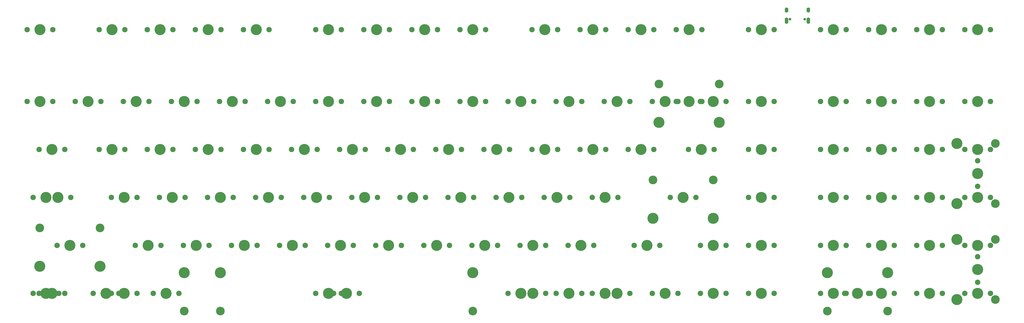
<source format=gts>
G04 #@! TF.GenerationSoftware,KiCad,Pcbnew,(5.0.0)*
G04 #@! TF.CreationDate,2019-01-27T03:00:44-08:00*
G04 #@! TF.ProjectId,Voyager97,566F796167657239372E6B696361645F,rev?*
G04 #@! TF.SameCoordinates,Original*
G04 #@! TF.FileFunction,Soldermask,Top*
G04 #@! TF.FilePolarity,Negative*
%FSLAX46Y46*%
G04 Gerber Fmt 4.6, Leading zero omitted, Abs format (unit mm)*
G04 Created by KiCad (PCBNEW (5.0.0)) date 01/27/19 03:00:44*
%MOMM*%
%LPD*%
G01*
G04 APERTURE LIST*
%ADD10C,2.150000*%
%ADD11C,4.387800*%
%ADD12C,3.448000*%
%ADD13O,1.400000X2.000000*%
%ADD14O,1.400000X2.500000*%
%ADD15C,1.050000*%
G04 APERTURE END LIST*
D10*
G04 #@! TO.C,MX_E1*
X113030000Y-80962500D03*
X102870000Y-80962500D03*
D11*
X107950000Y-80962500D03*
G04 #@! TD*
G04 #@! TO.C,BS2*
X307975000Y-61912500D03*
D10*
X302895000Y-61912500D03*
X313055000Y-61912500D03*
G04 #@! TD*
D11*
G04 #@! TO.C,BS1-1*
X298450000Y-61912500D03*
D10*
X293370000Y-61912500D03*
X303530000Y-61912500D03*
D12*
X286512000Y-54927500D03*
X310388000Y-54927500D03*
D11*
X286512000Y-70167500D03*
X310388000Y-70167500D03*
G04 #@! TD*
D10*
G04 #@! TO.C,BS1-2*
X294005000Y-61912500D03*
X283845000Y-61912500D03*
D11*
X288925000Y-61912500D03*
G04 #@! TD*
D10*
G04 #@! TO.C,CL1-1*
X53498750Y-100012500D03*
X43338750Y-100012500D03*
D11*
X48418750Y-100012500D03*
G04 #@! TD*
G04 #@! TO.C,CL1-2*
X43656250Y-100012500D03*
D10*
X38576250Y-100012500D03*
X48736250Y-100012500D03*
G04 #@! TD*
D11*
G04 #@! TO.C,LM1-1*
X43656250Y-138112500D03*
D10*
X38576250Y-138112500D03*
X48736250Y-138112500D03*
G04 #@! TD*
G04 #@! TO.C,LM1-2*
X51117500Y-138112500D03*
X40957500Y-138112500D03*
D11*
X46037500Y-138112500D03*
G04 #@! TD*
D10*
G04 #@! TO.C,LM2-1*
X72548750Y-138112500D03*
X62388750Y-138112500D03*
D11*
X67468750Y-138112500D03*
G04 #@! TD*
G04 #@! TO.C,LM3-1*
X91281250Y-138112500D03*
D10*
X86201250Y-138112500D03*
X96361250Y-138112500D03*
G04 #@! TD*
D11*
G04 #@! TO.C,LS1-1*
X65119250Y-127317500D03*
X41243250Y-127317500D03*
D12*
X65119250Y-112077500D03*
X41243250Y-112077500D03*
D10*
X58261250Y-119062500D03*
X48101250Y-119062500D03*
D11*
X53181250Y-119062500D03*
G04 #@! TD*
G04 #@! TO.C,MX_\002C1*
X217487500Y-119062500D03*
D10*
X212407500Y-119062500D03*
X222567500Y-119062500D03*
G04 #@! TD*
G04 #@! TO.C,MX_.1*
X241617500Y-119062500D03*
X231457500Y-119062500D03*
D11*
X236537500Y-119062500D03*
G04 #@! TD*
D10*
G04 #@! TO.C,MX_#1*
X65405000Y-61912500D03*
X55245000Y-61912500D03*
D11*
X60325000Y-61912500D03*
G04 #@! TD*
G04 #@! TO.C,MX_#2*
X79375000Y-61912500D03*
D10*
X74295000Y-61912500D03*
X84455000Y-61912500D03*
G04 #@! TD*
D11*
G04 #@! TO.C,MX_#3*
X98425000Y-61912500D03*
D10*
X93345000Y-61912500D03*
X103505000Y-61912500D03*
G04 #@! TD*
G04 #@! TO.C,MX_#4*
X122555000Y-61912500D03*
X112395000Y-61912500D03*
D11*
X117475000Y-61912500D03*
G04 #@! TD*
G04 #@! TO.C,MX_#5*
X136525000Y-61912500D03*
D10*
X131445000Y-61912500D03*
X141605000Y-61912500D03*
G04 #@! TD*
D11*
G04 #@! TO.C,MX_#6*
X155575000Y-61912500D03*
D10*
X150495000Y-61912500D03*
X160655000Y-61912500D03*
G04 #@! TD*
G04 #@! TO.C,MX_#7*
X179705000Y-61912500D03*
X169545000Y-61912500D03*
D11*
X174625000Y-61912500D03*
G04 #@! TD*
D10*
G04 #@! TO.C,MX_#8*
X198755000Y-61912500D03*
X188595000Y-61912500D03*
D11*
X193675000Y-61912500D03*
G04 #@! TD*
D10*
G04 #@! TO.C,MX_#9*
X217805000Y-61912500D03*
X207645000Y-61912500D03*
D11*
X212725000Y-61912500D03*
G04 #@! TD*
D10*
G04 #@! TO.C,MX_#0_1*
X236855000Y-61912500D03*
X226695000Y-61912500D03*
D11*
X231775000Y-61912500D03*
G04 #@! TD*
D10*
G04 #@! TO.C,MX_'1*
X270192500Y-100012500D03*
X260032500Y-100012500D03*
D11*
X265112500Y-100012500D03*
G04 #@! TD*
G04 #@! TO.C,MX_-1*
X250825000Y-61912500D03*
D10*
X245745000Y-61912500D03*
X255905000Y-61912500D03*
G04 #@! TD*
G04 #@! TO.C,MX_/1*
X260667500Y-119062500D03*
X250507500Y-119062500D03*
D11*
X255587500Y-119062500D03*
G04 #@! TD*
D10*
G04 #@! TO.C,MX_;1*
X251142500Y-100012500D03*
X240982500Y-100012500D03*
D11*
X246062500Y-100012500D03*
G04 #@! TD*
G04 #@! TO.C,MX_=1*
X269875000Y-61912500D03*
D10*
X264795000Y-61912500D03*
X274955000Y-61912500D03*
G04 #@! TD*
D11*
G04 #@! TO.C,MX_[1*
X260350000Y-80962500D03*
D10*
X255270000Y-80962500D03*
X265430000Y-80962500D03*
G04 #@! TD*
G04 #@! TO.C,MX_\005C1*
X308292500Y-80962500D03*
X298132500Y-80962500D03*
D11*
X303212500Y-80962500D03*
G04 #@! TD*
G04 #@! TO.C,MX_]1*
X279400000Y-80962500D03*
D10*
X274320000Y-80962500D03*
X284480000Y-80962500D03*
G04 #@! TD*
D11*
G04 #@! TO.C,MX_`1*
X41275000Y-61912500D03*
D10*
X36195000Y-61912500D03*
X46355000Y-61912500D03*
G04 #@! TD*
D11*
G04 #@! TO.C,MX_A1*
X74612500Y-100012500D03*
D10*
X69532500Y-100012500D03*
X79692500Y-100012500D03*
G04 #@! TD*
D11*
G04 #@! TO.C,MX_B1*
X160337500Y-119062500D03*
D10*
X155257500Y-119062500D03*
X165417500Y-119062500D03*
G04 #@! TD*
D11*
G04 #@! TO.C,MX_C1*
X122237500Y-119062500D03*
D10*
X117157500Y-119062500D03*
X127317500Y-119062500D03*
G04 #@! TD*
G04 #@! TO.C,MX_D1*
X117792500Y-100012500D03*
X107632500Y-100012500D03*
D11*
X112712500Y-100012500D03*
G04 #@! TD*
G04 #@! TO.C,MX_DOWN1*
X307975000Y-138112500D03*
D10*
X302895000Y-138112500D03*
X313055000Y-138112500D03*
G04 #@! TD*
G04 #@! TO.C,MX_ESC1*
X46355000Y-33337500D03*
X36195000Y-33337500D03*
D11*
X41275000Y-33337500D03*
G04 #@! TD*
G04 #@! TO.C,MX_EX1*
X327025000Y-61912500D03*
D10*
X321945000Y-61912500D03*
X332105000Y-61912500D03*
G04 #@! TD*
D11*
G04 #@! TO.C,MX_EX2*
X327025000Y-80962500D03*
D10*
X321945000Y-80962500D03*
X332105000Y-80962500D03*
G04 #@! TD*
G04 #@! TO.C,MX_EX3*
X332105000Y-100012500D03*
X321945000Y-100012500D03*
D11*
X327025000Y-100012500D03*
G04 #@! TD*
D10*
G04 #@! TO.C,MX_EX4*
X332105000Y-119062500D03*
X321945000Y-119062500D03*
D11*
X327025000Y-119062500D03*
G04 #@! TD*
D10*
G04 #@! TO.C,MX_F1*
X136842500Y-100012500D03*
X126682500Y-100012500D03*
D11*
X131762500Y-100012500D03*
G04 #@! TD*
G04 #@! TO.C,MX_FN1*
X69850000Y-33337500D03*
D10*
X64770000Y-33337500D03*
X74930000Y-33337500D03*
G04 #@! TD*
D11*
G04 #@! TO.C,MX_FN2*
X88900000Y-33337500D03*
D10*
X83820000Y-33337500D03*
X93980000Y-33337500D03*
G04 #@! TD*
G04 #@! TO.C,MX_FN3*
X113030000Y-33337500D03*
X102870000Y-33337500D03*
D11*
X107950000Y-33337500D03*
G04 #@! TD*
D10*
G04 #@! TO.C,MX_FN4*
X132080000Y-33337500D03*
X121920000Y-33337500D03*
D11*
X127000000Y-33337500D03*
G04 #@! TD*
D10*
G04 #@! TO.C,MX_FN5*
X160655000Y-33337500D03*
X150495000Y-33337500D03*
D11*
X155575000Y-33337500D03*
G04 #@! TD*
G04 #@! TO.C,MX_FN6*
X174625000Y-33337500D03*
D10*
X169545000Y-33337500D03*
X179705000Y-33337500D03*
G04 #@! TD*
G04 #@! TO.C,MX_FN7*
X198755000Y-33337500D03*
X188595000Y-33337500D03*
D11*
X193675000Y-33337500D03*
G04 #@! TD*
G04 #@! TO.C,MX_FN8*
X212725000Y-33337500D03*
D10*
X207645000Y-33337500D03*
X217805000Y-33337500D03*
G04 #@! TD*
D11*
G04 #@! TO.C,MX_FN9*
X241300000Y-33337500D03*
D10*
X236220000Y-33337500D03*
X246380000Y-33337500D03*
G04 #@! TD*
D11*
G04 #@! TO.C,MX_FN10*
X260350000Y-33337500D03*
D10*
X255270000Y-33337500D03*
X265430000Y-33337500D03*
G04 #@! TD*
D11*
G04 #@! TO.C,MX_FN11*
X279400000Y-33337500D03*
D10*
X274320000Y-33337500D03*
X284480000Y-33337500D03*
G04 #@! TD*
D11*
G04 #@! TO.C,MX_FN12*
X298450000Y-33337500D03*
D10*
X293370000Y-33337500D03*
X303530000Y-33337500D03*
G04 #@! TD*
D11*
G04 #@! TO.C,MX_G1*
X150812500Y-100012500D03*
D10*
X145732500Y-100012500D03*
X155892500Y-100012500D03*
G04 #@! TD*
D11*
G04 #@! TO.C,MX_H1*
X169862500Y-100012500D03*
D10*
X164782500Y-100012500D03*
X174942500Y-100012500D03*
G04 #@! TD*
G04 #@! TO.C,MX_I1*
X208280000Y-80962500D03*
X198120000Y-80962500D03*
D11*
X203200000Y-80962500D03*
G04 #@! TD*
G04 #@! TO.C,MX_J1*
X188912500Y-100012500D03*
D10*
X183832500Y-100012500D03*
X193992500Y-100012500D03*
G04 #@! TD*
G04 #@! TO.C,MX_K1*
X213042500Y-100012500D03*
X202882500Y-100012500D03*
D11*
X207962500Y-100012500D03*
G04 #@! TD*
G04 #@! TO.C,MX_L1*
X227012500Y-100012500D03*
D10*
X221932500Y-100012500D03*
X232092500Y-100012500D03*
G04 #@! TD*
G04 #@! TO.C,MX_LEFT1*
X294005000Y-138112500D03*
X283845000Y-138112500D03*
D11*
X288925000Y-138112500D03*
G04 #@! TD*
D10*
G04 #@! TO.C,MX_M1*
X203517500Y-119062500D03*
X193357500Y-119062500D03*
D11*
X198437500Y-119062500D03*
G04 #@! TD*
D10*
G04 #@! TO.C,MX_N1*
X184467500Y-119062500D03*
X174307500Y-119062500D03*
D11*
X179387500Y-119062500D03*
G04 #@! TD*
G04 #@! TO.C,MX_NUM1*
X355600000Y-33337500D03*
D10*
X350520000Y-33337500D03*
X360680000Y-33337500D03*
G04 #@! TD*
G04 #@! TO.C,MX_NUM3*
X398780000Y-33337500D03*
X388620000Y-33337500D03*
D11*
X393700000Y-33337500D03*
G04 #@! TD*
D10*
G04 #@! TO.C,MX_NUM4*
X360680000Y-61912500D03*
X350520000Y-61912500D03*
D11*
X355600000Y-61912500D03*
G04 #@! TD*
G04 #@! TO.C,MX_NUM5*
X374650000Y-61912500D03*
D10*
X369570000Y-61912500D03*
X379730000Y-61912500D03*
G04 #@! TD*
D11*
G04 #@! TO.C,MX_NUM6*
X393700000Y-61912500D03*
D10*
X388620000Y-61912500D03*
X398780000Y-61912500D03*
G04 #@! TD*
G04 #@! TO.C,MX_NUM7*
X417830000Y-61912500D03*
X407670000Y-61912500D03*
D11*
X412750000Y-61912500D03*
G04 #@! TD*
G04 #@! TO.C,MX_NUM8*
X355600000Y-80962500D03*
D10*
X350520000Y-80962500D03*
X360680000Y-80962500D03*
G04 #@! TD*
G04 #@! TO.C,MX_NUM9*
X379730000Y-80962500D03*
X369570000Y-80962500D03*
D11*
X374650000Y-80962500D03*
G04 #@! TD*
D10*
G04 #@! TO.C,MX_NUM10*
X398780000Y-80962500D03*
X388620000Y-80962500D03*
D11*
X393700000Y-80962500D03*
G04 #@! TD*
G04 #@! TO.C,MX_NUM11*
X412750000Y-80962500D03*
D10*
X407670000Y-80962500D03*
X417830000Y-80962500D03*
G04 #@! TD*
D11*
G04 #@! TO.C,MX_NUM12*
X355600000Y-100012500D03*
D10*
X350520000Y-100012500D03*
X360680000Y-100012500D03*
G04 #@! TD*
D11*
G04 #@! TO.C,MX_NUM13*
X374650000Y-100012500D03*
D10*
X369570000Y-100012500D03*
X379730000Y-100012500D03*
G04 #@! TD*
D11*
G04 #@! TO.C,MX_NUM14*
X393700000Y-100012500D03*
D10*
X388620000Y-100012500D03*
X398780000Y-100012500D03*
G04 #@! TD*
G04 #@! TO.C,MX_NUM15*
X417830000Y-100012500D03*
X407670000Y-100012500D03*
D11*
X412750000Y-100012500D03*
G04 #@! TD*
G04 #@! TO.C,MX_NUM16*
X355600000Y-119062500D03*
D10*
X350520000Y-119062500D03*
X360680000Y-119062500D03*
G04 #@! TD*
D11*
G04 #@! TO.C,MX_NUM17*
X374650000Y-119062500D03*
D10*
X369570000Y-119062500D03*
X379730000Y-119062500D03*
G04 #@! TD*
G04 #@! TO.C,MX_NUM18*
X398780000Y-119062500D03*
X388620000Y-119062500D03*
D11*
X393700000Y-119062500D03*
G04 #@! TD*
G04 #@! TO.C,MX_NUM19*
X412750000Y-119062500D03*
D10*
X407670000Y-119062500D03*
X417830000Y-119062500D03*
G04 #@! TD*
D11*
G04 #@! TO.C,MX_NUM20*
X355600000Y-138112500D03*
D10*
X350520000Y-138112500D03*
X360680000Y-138112500D03*
G04 #@! TD*
G04 #@! TO.C,MX_NUM21*
X379730000Y-138112500D03*
X369570000Y-138112500D03*
D11*
X374650000Y-138112500D03*
G04 #@! TD*
D10*
G04 #@! TO.C,MX_NUM22*
X398780000Y-138112500D03*
X388620000Y-138112500D03*
D11*
X393700000Y-138112500D03*
G04 #@! TD*
G04 #@! TO.C,MX_NUM23*
X412750000Y-138112500D03*
D10*
X407670000Y-138112500D03*
X417830000Y-138112500D03*
G04 #@! TD*
G04 #@! TO.C,MX_NUM24*
X417830000Y-33337500D03*
X407670000Y-33337500D03*
D11*
X412750000Y-33337500D03*
G04 #@! TD*
G04 #@! TO.C,MX_NUMEXT2*
X404495000Y-78549500D03*
X404495000Y-102425500D03*
D12*
X419735000Y-78549500D03*
X419735000Y-102425500D03*
D10*
X412750000Y-85407500D03*
X412750000Y-95567500D03*
D11*
X412750000Y-90487500D03*
G04 #@! TD*
G04 #@! TO.C,MX_NUMEXT4*
X412750000Y-128587500D03*
D10*
X412750000Y-133667500D03*
X412750000Y-123507500D03*
D12*
X419735000Y-140525500D03*
X419735000Y-116649500D03*
D11*
X404495000Y-140525500D03*
X404495000Y-116649500D03*
G04 #@! TD*
G04 #@! TO.C,MX_NUMEXT5*
X365125000Y-138112500D03*
D10*
X360045000Y-138112500D03*
X370205000Y-138112500D03*
D12*
X353187000Y-145097500D03*
X377063000Y-145097500D03*
D11*
X353187000Y-129857500D03*
X377063000Y-129857500D03*
G04 #@! TD*
G04 #@! TO.C,MX_O1*
X222250000Y-80962500D03*
D10*
X217170000Y-80962500D03*
X227330000Y-80962500D03*
G04 #@! TD*
G04 #@! TO.C,MX_P1*
X246380000Y-80962500D03*
X236220000Y-80962500D03*
D11*
X241300000Y-80962500D03*
G04 #@! TD*
D10*
G04 #@! TO.C,MX_Q1*
X74930000Y-80962500D03*
X64770000Y-80962500D03*
D11*
X69850000Y-80962500D03*
G04 #@! TD*
G04 #@! TO.C,MX_R1*
X127000000Y-80962500D03*
D10*
X121920000Y-80962500D03*
X132080000Y-80962500D03*
G04 #@! TD*
G04 #@! TO.C,MX_RESET1*
X332105000Y-33337500D03*
X321945000Y-33337500D03*
D11*
X327025000Y-33337500D03*
G04 #@! TD*
G04 #@! TO.C,MX_RETURN1*
X296068750Y-100012500D03*
D10*
X290988750Y-100012500D03*
X301148750Y-100012500D03*
D12*
X284130750Y-93027500D03*
X308006750Y-93027500D03*
D11*
X284130750Y-108267500D03*
X308006750Y-108267500D03*
G04 #@! TD*
G04 #@! TO.C,MX_RIGHT1*
X327025000Y-138112500D03*
D10*
X321945000Y-138112500D03*
X332105000Y-138112500D03*
G04 #@! TD*
D11*
G04 #@! TO.C,MX_RSHIFT1*
X281781250Y-119062500D03*
D10*
X276701250Y-119062500D03*
X286861250Y-119062500D03*
G04 #@! TD*
G04 #@! TO.C,MX_S1*
X98742500Y-100012500D03*
X88582500Y-100012500D03*
D11*
X93662500Y-100012500D03*
G04 #@! TD*
D10*
G04 #@! TO.C,MX_T1*
X151130000Y-80962500D03*
X140970000Y-80962500D03*
D11*
X146050000Y-80962500D03*
G04 #@! TD*
G04 #@! TO.C,MX_TAB1*
X46037500Y-80962500D03*
D10*
X40957500Y-80962500D03*
X51117500Y-80962500D03*
G04 #@! TD*
D11*
G04 #@! TO.C,MX_U1*
X184150000Y-80962500D03*
D10*
X179070000Y-80962500D03*
X189230000Y-80962500D03*
G04 #@! TD*
D11*
G04 #@! TO.C,MX_UP1*
X307975000Y-119062500D03*
D10*
X302895000Y-119062500D03*
X313055000Y-119062500D03*
G04 #@! TD*
G04 #@! TO.C,MX_V1*
X146367500Y-119062500D03*
X136207500Y-119062500D03*
D11*
X141287500Y-119062500D03*
G04 #@! TD*
D10*
G04 #@! TO.C,MX_W1*
X93980000Y-80962500D03*
X83820000Y-80962500D03*
D11*
X88900000Y-80962500D03*
G04 #@! TD*
D10*
G04 #@! TO.C,MX_X1*
X108267500Y-119062500D03*
X98107500Y-119062500D03*
D11*
X103187500Y-119062500D03*
G04 #@! TD*
G04 #@! TO.C,MX_Y1*
X165100000Y-80962500D03*
D10*
X160020000Y-80962500D03*
X170180000Y-80962500D03*
G04 #@! TD*
G04 #@! TO.C,MX_Z1*
X89217500Y-119062500D03*
X79057500Y-119062500D03*
D11*
X84137500Y-119062500D03*
G04 #@! TD*
G04 #@! TO.C,RM1-1*
X231775000Y-138112500D03*
D10*
X226695000Y-138112500D03*
X236855000Y-138112500D03*
G04 #@! TD*
D11*
G04 #@! TO.C,RM1-2*
X236537500Y-138112500D03*
D10*
X231457500Y-138112500D03*
X241617500Y-138112500D03*
G04 #@! TD*
G04 #@! TO.C,RM2-1*
X255905000Y-138112500D03*
X245745000Y-138112500D03*
D11*
X250825000Y-138112500D03*
G04 #@! TD*
D10*
G04 #@! TO.C,RM3-1*
X274955000Y-138112500D03*
X264795000Y-138112500D03*
D11*
X269875000Y-138112500D03*
G04 #@! TD*
D10*
G04 #@! TO.C,RM3-2*
X270192500Y-138112500D03*
X260032500Y-138112500D03*
D11*
X265112500Y-138112500D03*
G04 #@! TD*
G04 #@! TO.C,SP1*
X162718750Y-138112500D03*
D10*
X157638750Y-138112500D03*
X167798750Y-138112500D03*
D12*
X112718850Y-145097500D03*
X212718650Y-145097500D03*
D11*
X112718850Y-129857500D03*
X212718650Y-129857500D03*
G04 #@! TD*
G04 #@! TO.C,SP2*
X155575000Y-138112500D03*
D10*
X150495000Y-138112500D03*
X160655000Y-138112500D03*
D12*
X98425000Y-145097500D03*
X212725000Y-145097500D03*
D11*
X98425000Y-129857500D03*
X212725000Y-129857500D03*
G04 #@! TD*
D13*
G04 #@! TO.C,USB1*
X345632500Y-25618750D03*
X336992500Y-25618750D03*
D14*
X345632500Y-29798750D03*
X336992500Y-29798750D03*
D15*
X338422500Y-29268750D03*
X344202500Y-29268750D03*
G04 #@! TD*
D11*
G04 #@! TO.C,LM3-2*
X74612500Y-138112500D03*
D10*
X69532500Y-138112500D03*
X79692500Y-138112500D03*
G04 #@! TD*
D11*
G04 #@! TO.C,MX_NUM2*
X374650000Y-33337500D03*
D10*
X369570000Y-33337500D03*
X379730000Y-33337500D03*
G04 #@! TD*
M02*

</source>
